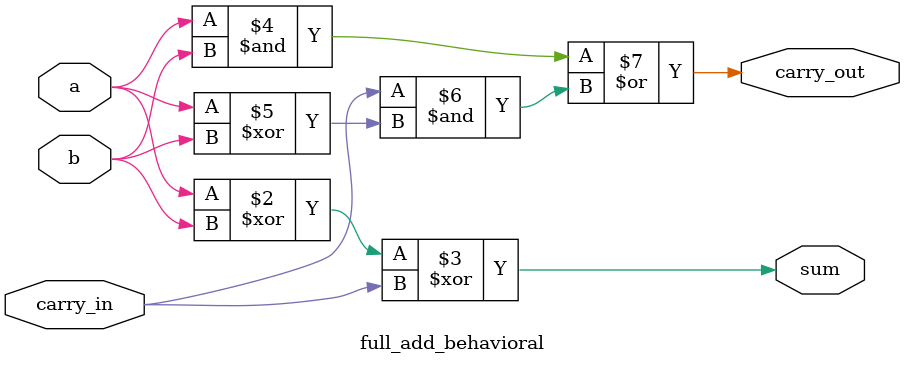
<source format=v>
module full_add_behavioral (
    input a,
    input b,
    input carry_in,
    output reg sum,
    output reg carry_out
);

    always @(*) begin
        // Behavioral logic using high-level description
        sum = a ^ b ^ carry_in;
        carry_out = (a & b) | (carry_in & (a ^ b));
    end

endmodule

</source>
